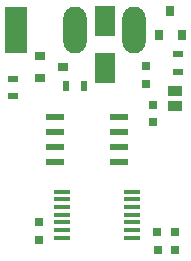
<source format=gbr>
G04 #@! TF.FileFunction,Paste,Top*
%FSLAX46Y46*%
G04 Gerber Fmt 4.6, Leading zero omitted, Abs format (unit mm)*
G04 Created by KiCad (PCBNEW 4.0.4-stable) date 10/18/17 21:30:34*
%MOMM*%
%LPD*%
G01*
G04 APERTURE LIST*
%ADD10C,0.100000*%
%ADD11R,0.750000X0.800000*%
%ADD12R,1.450000X0.450000*%
%ADD13R,1.980000X3.960000*%
%ADD14O,1.980000X3.960000*%
%ADD15R,0.800000X0.750000*%
%ADD16R,1.270000X0.970000*%
%ADD17R,0.900000X0.500000*%
%ADD18R,1.800000X2.500000*%
%ADD19R,0.500000X0.900000*%
%ADD20R,0.800000X0.900000*%
%ADD21R,0.900000X0.800000*%
%ADD22R,1.550000X0.600000*%
G04 APERTURE END LIST*
D10*
D11*
X53500000Y-37360000D03*
X53500000Y-35860000D03*
D12*
X51675000Y-47110000D03*
X51675000Y-46460000D03*
X51675000Y-45810000D03*
X51675000Y-45160000D03*
X51675000Y-44510000D03*
X51675000Y-43860000D03*
X51675000Y-43210000D03*
X45775000Y-43210000D03*
X45775000Y-43860000D03*
X45775000Y-44510000D03*
X45775000Y-45160000D03*
X45775000Y-45810000D03*
X45775000Y-46460000D03*
X45775000Y-47110000D03*
D13*
X41900000Y-29560000D03*
D14*
X46900000Y-29560000D03*
X51900000Y-29560000D03*
D11*
X43800000Y-45810000D03*
X43800000Y-47310000D03*
D15*
X53850000Y-46610000D03*
X55350000Y-46610000D03*
X53860000Y-48190000D03*
X55360000Y-48190000D03*
D16*
X55350000Y-34670000D03*
X55350000Y-35950000D03*
D17*
X55600000Y-31560000D03*
X55600000Y-33060000D03*
X41600000Y-33660000D03*
X41600000Y-35160000D03*
D11*
X52850000Y-32610000D03*
X52850000Y-34110000D03*
D18*
X49450000Y-32760000D03*
X49450000Y-28760000D03*
D19*
X47600000Y-34260000D03*
X46100000Y-34260000D03*
D20*
X54000000Y-29960000D03*
X55900000Y-29960000D03*
X54950000Y-27960000D03*
D21*
X43900000Y-31710000D03*
X43900000Y-33610000D03*
X45900000Y-32660000D03*
D22*
X45200000Y-36910000D03*
X45200000Y-38180000D03*
X45200000Y-39450000D03*
X45200000Y-40720000D03*
X50600000Y-40720000D03*
X50600000Y-39450000D03*
X50600000Y-38180000D03*
X50600000Y-36910000D03*
M02*

</source>
